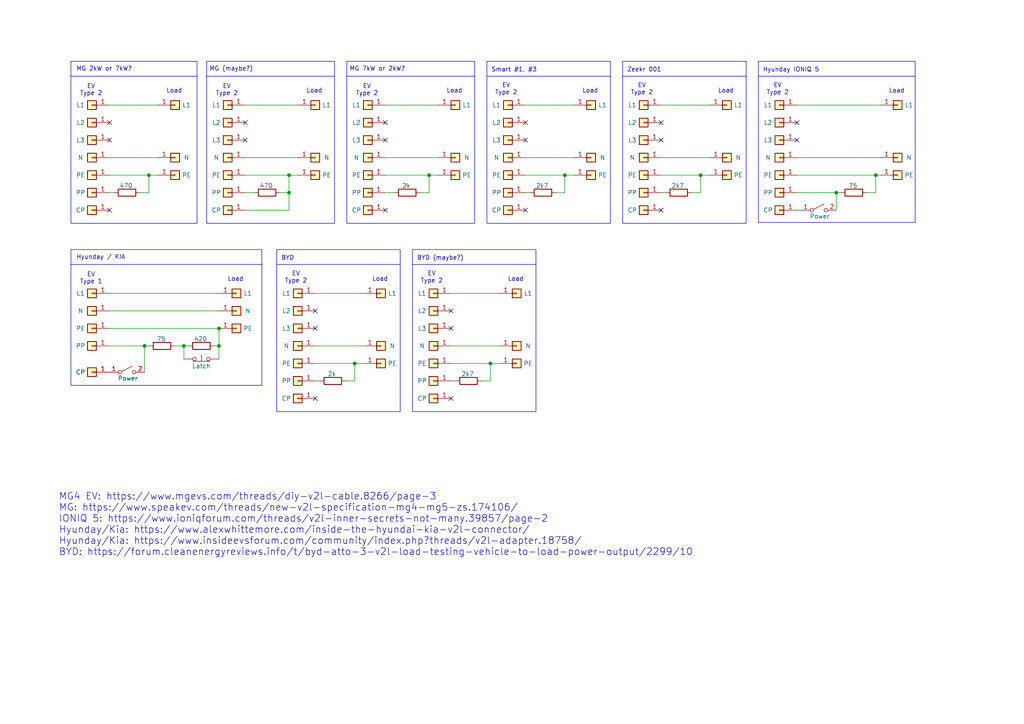
<source format=kicad_sch>
(kicad_sch (version 20231120) (generator "eeschema") (generator_version "8.0")
  (paper "A4")
  (title_block (title "V2L Adapter Variants") (date "2025-02-17") (rev "0") (company "Falk Kyburz"))
  (lib_symbols
    (symbol "Connector_Generic:Conn_01x01" (pin_names (offset 1.016) hide)
      (property "Reference" "J" (at 0 2.54 0))
      (property "Value" "Conn_01x01" (at 0 -2.54 0))
      (symbol "Conn_01x01_1_1"
        (rectangle (start -1.27 0.127) (end 0 -0.127) (stroke (width 0.1524)))
        (rectangle (start -1.27 1.27) (end 1.27 -1.27) (stroke (width 0.254)) (fill (type background)))
        (pin passive line (at -5.08 0 0) (length 3.81) (name "Pin_1") (number "1"))
      )
    )
    (symbol "Device:R" (pin_numbers hide) (pin_names (offset 0))
      (property "Reference" "R" (at 2.032 0 90))
      (property "Value" "R" (at 0 0 90))
      (symbol "R_0_1"
        (rectangle (start -1.016 -2.54) (end 1.016 2.54) (stroke (width 0.254)))
      )
      (symbol "R_1_1"
        (pin passive line (at 0 3.81 270) (length 1.27) (name "~") (number "1"))
        (pin passive line (at 0 -3.81 90) (length 1.27) (name "~") (number "2"))
      )
    )
    (symbol "Switch:SW_Push_Open" (pin_numbers hide) (pin_names (offset 1.016) hide)
      (property "Reference" "SW" (at 0 2.54 0))
      (property "Value" "SW_Push_Open" (at 0 -1.905 0))
      (symbol "SW_Push_Open_0_1"
        (circle (center -2.032 0) (radius 0.508))
        (polyline (pts (xy -2.54 -0.635) (xy 2.54 -0.635)))
        (polyline (pts (xy 0 -0.635) (xy 0 1.27)))
        (circle (center 2.032 0) (radius 0.508))
        (pin passive line (at -5.08 0 0) (length 2.54) (name "A") (number "1"))
      )
      (symbol "SW_Push_Open_1_1"
        (pin passive line (at 5.08 0 180) (length 2.54) (name "B") (number "2"))
      )
    )
    (symbol "Switch:SW_SPST" (pin_names (offset 0) hide)
      (property "Reference" "SW" (at 0 3.175 0))
      (property "Value" "SW_SPST" (at 0 -2.54 0))
      (symbol "SW_SPST_0_0"
        (circle (center -2.032 0) (radius 0.508))
        (polyline (pts (xy -1.524 0.254) (xy 1.524 1.778)))
        (circle (center 2.032 0) (radius 0.508))
      )
      (symbol "SW_SPST_1_1"
        (pin passive line (at -5.08 0 0) (length 2.54) (name "A") (number "1"))
        (pin passive line (at 5.08 0 180) (length 2.54) (name "B") (number "2"))
      )
    )
  )
  (junction (at 254 50.8))
  (junction (at 102.87 105.41))
  (junction (at 163.83 50.8))
  (junction (at 53.34 100.33))
  (junction (at 83.82 50.8))
  (junction (at 63.5 95.25))
  (junction (at 41.91 100.33))
  (junction (at 203.2 50.8))
  (junction (at 142.24 105.41))
  (junction (at 63.5 100.33))
  (junction (at 43.18 50.8))
  (junction (at 83.82 55.88))
  (junction (at 242.57 55.88))
  (junction (at 124.46 50.8))
  (no_connect (at 31.75 35.56))
  (no_connect (at 152.4 35.56))
  (no_connect (at 31.75 40.64))
  (no_connect (at 130.81 115.57))
  (no_connect (at 91.44 115.57))
  (no_connect (at 111.76 35.56))
  (no_connect (at 231.14 35.56))
  (no_connect (at 191.77 60.96))
  (no_connect (at 71.12 40.64))
  (no_connect (at 91.44 95.25))
  (no_connect (at 31.75 60.96))
  (no_connect (at 111.76 60.96))
  (no_connect (at 191.77 40.64))
  (no_connect (at 71.12 35.56))
  (no_connect (at 191.77 35.56))
  (no_connect (at 152.4 60.96))
  (no_connect (at 152.4 40.64))
  (no_connect (at 231.14 40.64))
  (no_connect (at 91.44 90.17))
  (no_connect (at 130.81 95.25))
  (no_connect (at 111.76 40.64))
  (no_connect (at 130.81 90.17))
  (wire (pts (xy 142.24 105.41) (xy 144.78 105.41)))
  (wire (pts (xy 111.76 50.8) (xy 124.46 50.8)))
  (wire (pts (xy 200.66 55.88) (xy 203.2 55.88)))
  (wire (pts (xy 254 50.8) (xy 254 55.88)))
  (wire (pts (xy 31.75 50.8) (xy 43.18 50.8)))
  (wire (pts (xy 53.34 100.33) (xy 54.61 100.33)))
  (wire (pts (xy 31.75 85.09) (xy 63.5 85.09)))
  (polyline (pts (xy 100.584 22.098) (xy 137.668 22.098)))
  (wire (pts (xy 102.87 105.41) (xy 105.41 105.41)))
  (wire (pts (xy 139.7 110.49) (xy 142.24 110.49)))
  (wire (pts (xy 31.75 95.25) (xy 63.5 95.25)))
  (wire (pts (xy 191.77 45.72) (xy 205.74 45.72)))
  (wire (pts (xy 83.82 50.8) (xy 86.36 50.8)))
  (wire (pts (xy 63.5 95.25) (xy 63.5 100.33)))
  (wire (pts (xy 130.81 85.09) (xy 144.78 85.09)))
  (wire (pts (xy 130.81 100.33) (xy 144.78 100.33)))
  (wire (pts (xy 31.75 30.48) (xy 45.72 30.48)))
  (wire (pts (xy 31.75 45.72) (xy 45.72 45.72)))
  (wire (pts (xy 124.46 50.8) (xy 127 50.8)))
  (wire (pts (xy 31.75 90.17) (xy 63.5 90.17)))
  (wire (pts (xy 191.77 55.88) (xy 193.04 55.88)))
  (wire (pts (xy 31.75 100.33) (xy 41.91 100.33)))
  (wire (pts (xy 163.83 50.8) (xy 166.37 50.8)))
  (wire (pts (xy 130.81 110.49) (xy 132.08 110.49)))
  (polyline (pts (xy 20.574 22.098) (xy 57.15 22.098)))
  (polyline (pts (xy 119.634 76.708) (xy 155.448 76.708)))
  (polyline (pts (xy 75.946 76.708) (xy 75.946 77.216)))
  (wire (pts (xy 130.81 105.41) (xy 142.24 105.41)))
  (polyline (pts (xy 20.574 76.708) (xy 75.946 76.708)))
  (wire (pts (xy 231.14 30.48) (xy 255.27 30.48)))
  (wire (pts (xy 142.24 105.41) (xy 142.24 110.49)))
  (wire (pts (xy 100.33 110.49) (xy 102.87 110.49)))
  (wire (pts (xy 91.44 100.33) (xy 105.41 100.33)))
  (wire (pts (xy 251.46 55.88) (xy 254 55.88)))
  (wire (pts (xy 254 50.8) (xy 255.27 50.8)))
  (wire (pts (xy 231.14 45.72) (xy 255.27 45.72)))
  (wire (pts (xy 152.4 55.88) (xy 153.67 55.88)))
  (polyline (pts (xy 219.964 22.098) (xy 265.43 22.098)))
  (wire (pts (xy 41.91 100.33) (xy 43.18 100.33)))
  (wire (pts (xy 31.75 55.88) (xy 33.02 55.88)))
  (polyline (pts (xy 141.224 22.098) (xy 177.038 22.098)))
  (wire (pts (xy 71.12 50.8) (xy 83.82 50.8)))
  (wire (pts (xy 43.18 50.8) (xy 43.18 55.88)))
  (wire (pts (xy 111.76 55.88) (xy 114.3 55.88)))
  (wire (pts (xy 111.76 30.48) (xy 127 30.48)))
  (wire (pts (xy 62.23 100.33) (xy 63.5 100.33)))
  (wire (pts (xy 231.14 60.96) (xy 232.41 60.96)))
  (polyline (pts (xy 180.594 22.098) (xy 216.408 22.098)))
  (polyline (pts (xy 59.944 22.098) (xy 97.028 22.098)))
  (wire (pts (xy 53.34 100.33) (xy 53.34 104.14)))
  (wire (pts (xy 71.12 60.96) (xy 83.82 60.96)))
  (wire (pts (xy 242.57 55.88) (xy 242.57 60.96)))
  (wire (pts (xy 124.46 50.8) (xy 124.46 55.88)))
  (wire (pts (xy 161.29 55.88) (xy 163.83 55.88)))
  (wire (pts (xy 63.5 100.33) (xy 63.5 104.14)))
  (wire (pts (xy 203.2 50.8) (xy 205.74 50.8)))
  (wire (pts (xy 91.44 105.41) (xy 102.87 105.41)))
  (wire (pts (xy 242.57 55.88) (xy 243.84 55.88)))
  (wire (pts (xy 81.28 55.88) (xy 83.82 55.88)))
  (wire (pts (xy 71.12 55.88) (xy 73.66 55.88)))
  (wire (pts (xy 83.82 50.8) (xy 83.82 55.88)))
  (wire (pts (xy 91.44 110.49) (xy 92.71 110.49)))
  (wire (pts (xy 40.64 55.88) (xy 43.18 55.88)))
  (wire (pts (xy 111.76 45.72) (xy 127 45.72)))
  (wire (pts (xy 91.44 85.09) (xy 105.41 85.09)))
  (wire (pts (xy 203.2 50.8) (xy 203.2 55.88)))
  (wire (pts (xy 41.91 100.33) (xy 41.91 107.95)))
  (wire (pts (xy 43.18 50.8) (xy 45.72 50.8)))
  (wire (pts (xy 152.4 30.48) (xy 166.37 30.48)))
  (wire (pts (xy 152.4 50.8) (xy 163.83 50.8)))
  (wire (pts (xy 50.8 100.33) (xy 53.34 100.33)))
  (wire (pts (xy 163.83 50.8) (xy 163.83 55.88)))
  (wire (pts (xy 71.12 45.72) (xy 86.36 45.72)))
  (wire (pts (xy 152.4 45.72) (xy 166.37 45.72)))
  (wire (pts (xy 231.14 55.88) (xy 242.57 55.88)))
  (wire (pts (xy 121.92 55.88) (xy 124.46 55.88)))
  (wire (pts (xy 102.87 105.41) (xy 102.87 110.49)))
  (wire (pts (xy 71.12 30.48) (xy 86.36 30.48)))
  (polyline (pts (xy 80.264 76.708) (xy 116.078 76.708)))
  (wire (pts (xy 191.77 30.48) (xy 205.74 30.48)))
  (wire (pts (xy 83.82 60.96) (xy 83.82 55.88)))
  (wire (pts (xy 231.14 50.8) (xy 254 50.8)))
  (wire (pts (xy 191.77 50.8) (xy 203.2 50.8)))
  (rectangle (start 219.964 17.78) (end 265.43 64.516))
  (rectangle (start 180.594 17.78) (end 216.408 64.77))
  (rectangle (start 59.944 17.78) (end 97.028 64.77))
  (rectangle (start 100.584 17.78) (end 137.668 64.77))
  (rectangle (start 141.224 17.78) (end 177.038 64.77))
  (rectangle (start 20.574 17.78) (end 57.15 64.77))
  (rectangle (start 119.634 72.39) (end 155.448 119.38))
  (rectangle (start 80.264 72.39) (end 116.078 119.38))
  (rectangle (start 20.574 72.39) (end 75.946 111.76))
  (text "MG4 EV: https://www.mgevs.com/threads/diy-v2l-cable.8266/page-3\nMG: https://www.speakev.com/threads/new-v2l-specification-mg4-mg5-zs.174106/\nIONIQ 5: https://www.ioniqforum.com/threads/v2l-inner-secrets-not-many.39857/page-2\nHyunday/Kia: https://www.alexwhittemore.com/inside-the-hyundai-kia-v2l-connector/\nHyunday/Kia: https://www.insideevsforum.com/community/index.php?threads/v2l-adapter.18758/\nBYD: https://forum.cleanenergyreviews.info/t/byd-atto-3-v2l-load-testing-vehicle-to-load-power-output/2299/10" (exclude_from_sim yes) (at 17.018 152.146 0) (effects (font (size 2 2)) (justify left)))
  (text "EV\nType 2" (at 146.812 25.908 0) (effects (font (size 1.27 1.27))))
  (text "EV\nType 2" (at 26.416 26.162 0) (effects (font (size 1.27 1.27))))
  (text "Load" (at 110.236 81.026 0) (effects (font (size 1.27 1.27))))
  (text "EV\nType 2" (at 106.426 26.162 0) (effects (font (size 1.27 1.27))))
  (text "Smart #1, #3" (at 142.494 20.32 0) (effects (font (size 1.27 1.27)) (justify left)))
  (text "Load" (at 171.196 26.416 0) (effects (font (size 1.27 1.27))))
  (text "EV\nType 2" (at 65.786 26.162 0) (effects (font (size 1.27 1.27))))
  (text "MG 7kW or 2kW?" (at 101.346 20.066 0) (effects (font (size 1.27 1.27)) (justify left)))
  (text "Load" (at 50.546 26.416 0) (effects (font (size 1.27 1.27))))
  (text "MG 2kW or 7kW?" (at 22.098 20.066 0) (effects (font (size 1.27 1.27)) (justify left)))
  (text "Load" (at 149.606 81.026 0) (effects (font (size 1.27 1.27))))
  (text "Load" (at 68.326 81.026 0) (effects (font (size 1.27 1.27))))
  (text "MG (maybe?)" (at 60.706 20.066 0) (effects (font (size 1.27 1.27)) (justify left)))
  (text "BYD" (at 81.534 74.93 0) (effects (font (size 1.27 1.27)) (justify left)))
  (text "EV\nType 1" (at 26.416 80.772 0) (effects (font (size 1.27 1.27))))
  (text "BYD (maybe?)" (at 120.904 74.93 0) (effects (font (size 1.27 1.27)) (justify left)))
  (text "Hyunday / KIA" (at 22.098 74.676 0) (effects (font (size 1.27 1.27)) (justify left)))
  (text "Hyunday IONIQ 5" (at 221.234 20.32 0) (effects (font (size 1.27 1.27)) (justify left)))
  (text "Load" (at 91.186 26.416 0) (effects (font (size 1.27 1.27))))
  (text "Load" (at 131.826 26.416 0) (effects (font (size 1.27 1.27))))
  (text "EV\nType 2" (at 125.222 80.518 0) (effects (font (size 1.27 1.27))))
  (text "EV\nType 2" (at 186.182 25.908 0) (effects (font (size 1.27 1.27))))
  (text "EV\nType 2" (at 85.852 80.518 0) (effects (font (size 1.27 1.27))))
  (text "Zeekr 001" (at 181.864 20.32 0) (effects (font (size 1.27 1.27)) (justify left)))
  (text "Load" (at 260.096 26.416 0) (effects (font (size 1.27 1.27))))
  (text "EV\nType 2" (at 225.552 25.908 0) (effects (font (size 1.27 1.27))))
  (text "Load" (at 210.566 26.416 0) (effects (font (size 1.27 1.27))))
  (symbol (lib_id "Connector_Generic:Conn_01x01") (at 106.68 40.64 180) (unit 1)
    (property "Reference" "J72" (effects (hide yes)))
    (property "Value" "L3" (at 103.378 40.64 0))
    (property "Description" "Generic connector, single row, 01x01, script generated (kicad-library-utils/schlib/autogen/connector/)" (effects (hide yes)))
  )
  (symbol (lib_id "Connector_Generic:Conn_01x01") (at 66.04 55.88 180) (unit 1)
    (property "Reference" "J47" (effects (hide yes)))
    (property "Value" "PP" (at 62.738 55.88 0))
    (property "Description" "Generic connector, single row, 01x01, script generated (kicad-library-utils/schlib/autogen/connector/)" (effects (hide yes)))
  )
  (symbol (lib_id "Connector_Generic:Conn_01x01") (at 91.44 50.8 0) (unit 1)
    (property "Reference" "J46" (effects (hide yes)))
    (property "Value" "PE" (at 94.742 50.8 0))
    (property "Description" "Generic connector, single row, 01x01, script generated (kicad-library-utils/schlib/autogen/connector/)" (effects (hide yes)))
  )
  (symbol (lib_id "Connector_Generic:Conn_01x01") (at 66.04 35.56 180) (unit 1)
    (property "Reference" "J41" (effects (hide yes)))
    (property "Value" "L2" (at 62.738 35.56 0))
    (property "Description" "Generic connector, single row, 01x01, script generated (kicad-library-utils/schlib/autogen/connector/)" (effects (hide yes)))
  )
  (symbol (lib_id "Connector_Generic:Conn_01x01") (at 68.58 95.25 0) (unit 1)
    (property "Reference" "J28" (effects (hide yes)))
    (property "Value" "PE" (at 71.882 95.25 0))
    (property "Description" "Generic connector, single row, 01x01, script generated (kicad-library-utils/schlib/autogen/connector/)" (effects (hide yes)))
  )
  (symbol (lib_id "Connector_Generic:Conn_01x01") (at 226.06 50.8 180) (unit 1)
    (property "Reference" "J35" (effects (hide yes)))
    (property "Value" "PE" (at 222.758 50.8 0))
    (property "Description" "Generic connector, single row, 01x01, script generated (kicad-library-utils/schlib/autogen/connector/)" (effects (hide yes)))
  )
  (symbol (lib_id "Connector_Generic:Conn_01x01") (at 66.04 50.8 180) (unit 1)
    (property "Reference" "J45" (effects (hide yes)))
    (property "Value" "PE" (at 62.738 50.8 0))
    (property "Description" "Generic connector, single row, 01x01, script generated (kicad-library-utils/schlib/autogen/connector/)" (effects (hide yes)))
  )
  (symbol (lib_id "Connector_Generic:Conn_01x01") (at 147.32 45.72 180) (unit 1)
    (property "Reference" "J15" (effects (hide yes)))
    (property "Value" "N" (at 144.018 45.72 0))
    (property "Description" "Generic connector, single row, 01x01, script generated (kicad-library-utils/schlib/autogen/connector/)" (effects (hide yes)))
  )
  (symbol (lib_id "Connector_Generic:Conn_01x01") (at 26.67 95.25 180) (unit 1)
    (property "Reference" "J27" (effects (hide yes)))
    (property "Value" "PE" (at 23.368 95.25 0))
    (property "Description" "Generic connector, single row, 01x01, script generated (kicad-library-utils/schlib/autogen/connector/)" (effects (hide yes)))
  )
  (symbol (lib_id "Device:R") (at 58.42 100.33 90) (unit 1)
    (property "Reference" "R3" (effects (hide yes)))
    (property "Value" "420" (at 58.166 98.298 90))
    (property "Description" "Resistor" (effects (hide yes)))
  )
  (symbol (lib_id "Connector_Generic:Conn_01x01") (at 149.86 105.41 0) (unit 1)
    (property "Reference" "J66" (effects (hide yes)))
    (property "Value" "PE" (at 153.162 105.41 0))
    (property "Description" "Generic connector, single row, 01x01, script generated (kicad-library-utils/schlib/autogen/connector/)" (effects (hide yes)))
  )
  (symbol (lib_id "Connector_Generic:Conn_01x01") (at 86.36 85.09 180) (unit 1)
    (property "Reference" "J49" (effects (hide yes)))
    (property "Value" "L1" (at 83.058 85.09 0))
    (property "Description" "Generic connector, single row, 01x01, script generated (kicad-library-utils/schlib/autogen/connector/)" (effects (hide yes)))
  )
  (symbol (lib_id "Device:R") (at 77.47 55.88 90) (unit 1)
    (property "Reference" "R6" (effects (hide yes)))
    (property "Value" "470" (at 77.216 53.848 90))
    (property "Description" "Resistor" (effects (hide yes)))
  )
  (symbol (lib_id "Connector_Generic:Conn_01x01") (at 186.69 60.96 180) (unit 1)
    (property "Reference" "J88" (effects (hide yes)))
    (property "Value" "CP" (at 183.388 60.96 0))
    (property "Description" "Generic connector, single row, 01x01, script generated (kicad-library-utils/schlib/autogen/connector/)" (effects (hide yes)))
  )
  (symbol (lib_id "Connector_Generic:Conn_01x01") (at 26.67 50.8 180) (unit 1)
    (property "Reference" "J5" (effects (hide yes)))
    (property "Value" "PE" (at 23.368 50.8 0))
    (property "Description" "Generic connector, single row, 01x01, script generated (kicad-library-utils/schlib/autogen/connector/)" (effects (hide yes)))
  )
  (symbol (lib_id "Connector_Generic:Conn_01x01") (at 26.67 45.72 180) (unit 1)
    (property "Reference" "J4" (effects (hide yes)))
    (property "Value" "N" (at 23.368 45.72 0))
    (property "Description" "Generic connector, single row, 01x01, script generated (kicad-library-utils/schlib/autogen/connector/)" (effects (hide yes)))
  )
  (symbol (lib_id "Switch:SW_SPST") (at 237.49 60.96 0) (unit 1)
    (property "Reference" "SW3" (effects (hide yes)))
    (property "Value" "Power" (at 237.744 62.738 0))
    (property "Description" "Single Pole Single Throw (SPST) switch" (effects (hide yes)))
  )
  (symbol (lib_id "Connector_Generic:Conn_01x01") (at 226.06 35.56 180) (unit 1)
    (property "Reference" "J31" (effects (hide yes)))
    (property "Value" "L2" (at 222.758 35.56 0))
    (property "Description" "Generic connector, single row, 01x01, script generated (kicad-library-utils/schlib/autogen/connector/)" (effects (hide yes)))
  )
  (symbol (lib_id "Connector_Generic:Conn_01x01") (at 171.45 30.48 0) (unit 1)
    (property "Reference" "J12" (effects (hide yes)))
    (property "Value" "L1" (at 174.752 30.48 0))
    (property "Description" "Generic connector, single row, 01x01, script generated (kicad-library-utils/schlib/autogen/connector/)" (effects (hide yes)))
  )
  (symbol (lib_id "Connector_Generic:Conn_01x01") (at 260.35 30.48 0) (unit 1)
    (property "Reference" "J24" (effects (hide yes)))
    (property "Value" "L1" (at 263.652 30.48 0))
    (property "Description" "Generic connector, single row, 01x01, script generated (kicad-library-utils/schlib/autogen/connector/)" (effects (hide yes)))
  )
  (symbol (lib_id "Connector_Generic:Conn_01x01") (at 147.32 40.64 180) (unit 1)
    (property "Reference" "J14" (effects (hide yes)))
    (property "Value" "L3" (at 144.018 40.64 0))
    (property "Description" "Generic connector, single row, 01x01, script generated (kicad-library-utils/schlib/autogen/connector/)" (effects (hide yes)))
  )
  (symbol (lib_id "Connector_Generic:Conn_01x01") (at 106.68 50.8 180) (unit 1)
    (property "Reference" "J75" (effects (hide yes)))
    (property "Value" "PE" (at 103.378 50.8 0))
    (property "Description" "Generic connector, single row, 01x01, script generated (kicad-library-utils/schlib/autogen/connector/)" (effects (hide yes)))
  )
  (symbol (lib_id "Connector_Generic:Conn_01x01") (at 110.49 100.33 0) (unit 1)
    (property "Reference" "J54" (effects (hide yes)))
    (property "Value" "N" (at 113.792 100.33 0))
    (property "Description" "Generic connector, single row, 01x01, script generated (kicad-library-utils/schlib/autogen/connector/)" (effects (hide yes)))
  )
  (symbol (lib_id "Connector_Generic:Conn_01x01") (at 66.04 40.64 180) (unit 1)
    (property "Reference" "J42" (effects (hide yes)))
    (property "Value" "L3" (at 62.738 40.64 0))
    (property "Description" "Generic connector, single row, 01x01, script generated (kicad-library-utils/schlib/autogen/connector/)" (effects (hide yes)))
  )
  (symbol (lib_id "Connector_Generic:Conn_01x01") (at 147.32 50.8 180) (unit 1)
    (property "Reference" "J17" (effects (hide yes)))
    (property "Value" "PE" (at 144.018 50.8 0))
    (property "Description" "Generic connector, single row, 01x01, script generated (kicad-library-utils/schlib/autogen/connector/)" (effects (hide yes)))
  )
  (symbol (lib_id "Connector_Generic:Conn_01x01") (at 50.8 30.48 0) (unit 1)
    (property "Reference" "J8" (effects (hide yes)))
    (property "Value" "L1" (at 54.102 30.48 0))
    (property "Description" "Generic connector, single row, 01x01, script generated (kicad-library-utils/schlib/autogen/connector/)" (effects (hide yes)))
  )
  (symbol (lib_id "Connector_Generic:Conn_01x01") (at 50.8 50.8 0) (unit 1)
    (property "Reference" "J10" (effects (hide yes)))
    (property "Value" "PE" (at 54.102 50.8 0))
    (property "Description" "Generic connector, single row, 01x01, script generated (kicad-library-utils/schlib/autogen/connector/)" (effects (hide yes)))
  )
  (symbol (lib_id "Connector_Generic:Conn_01x01") (at 26.67 85.09 180) (unit 1)
    (property "Reference" "J21" (effects (hide yes)))
    (property "Value" "L1" (at 23.368 85.09 0))
    (property "Description" "Generic connector, single row, 01x01, script generated (kicad-library-utils/schlib/autogen/connector/)" (effects (hide yes)))
  )
  (symbol (lib_id "Connector_Generic:Conn_01x01") (at 68.58 85.09 0) (unit 1)
    (property "Reference" "J22" (effects (hide yes)))
    (property "Value" "L1" (at 71.882 85.09 0))
    (property "Description" "Generic connector, single row, 01x01, script generated (kicad-library-utils/schlib/autogen/connector/)" (effects (hide yes)))
  )
  (symbol (lib_id "Connector_Generic:Conn_01x01") (at 125.73 85.09 180) (unit 1)
    (property "Reference" "J59" (effects (hide yes)))
    (property "Value" "L1" (at 122.428 85.09 0))
    (property "Description" "Generic connector, single row, 01x01, script generated (kicad-library-utils/schlib/autogen/connector/)" (effects (hide yes)))
  )
  (symbol (lib_id "Device:R") (at 157.48 55.88 90) (unit 1)
    (property "Reference" "R2" (effects (hide yes)))
    (property "Value" "2k7" (at 157.226 53.848 90))
    (property "Description" "Resistor" (effects (hide yes)))
  )
  (symbol (lib_id "Device:R") (at 36.83 55.88 90) (unit 1)
    (property "Reference" "R1" (effects (hide yes)))
    (property "Value" "470" (at 36.576 53.848 90))
    (property "Description" "Resistor" (effects (hide yes)))
  )
  (symbol (lib_id "Connector_Generic:Conn_01x01") (at 86.36 105.41 180) (unit 1)
    (property "Reference" "J55" (effects (hide yes)))
    (property "Value" "PE" (at 83.058 105.41 0))
    (property "Description" "Generic connector, single row, 01x01, script generated (kicad-library-utils/schlib/autogen/connector/)" (effects (hide yes)))
  )
  (symbol (lib_id "Connector_Generic:Conn_01x01") (at 86.36 95.25 180) (unit 1)
    (property "Reference" "J52" (effects (hide yes)))
    (property "Value" "L3" (at 83.058 95.25 0))
    (property "Description" "Generic connector, single row, 01x01, script generated (kicad-library-utils/schlib/autogen/connector/)" (effects (hide yes)))
  )
  (symbol (lib_id "Connector_Generic:Conn_01x01") (at 66.04 60.96 180) (unit 1)
    (property "Reference" "J48" (effects (hide yes)))
    (property "Value" "CP" (at 62.738 60.96 0))
    (property "Description" "Generic connector, single row, 01x01, script generated (kicad-library-utils/schlib/autogen/connector/)" (effects (hide yes)))
  )
  (symbol (lib_id "Connector_Generic:Conn_01x01") (at 50.8 45.72 0) (unit 1)
    (property "Reference" "J9" (effects (hide yes)))
    (property "Value" "N" (at 54.102 45.72 0))
    (property "Description" "Generic connector, single row, 01x01, script generated (kicad-library-utils/schlib/autogen/connector/)" (effects (hide yes)))
  )
  (symbol (lib_id "Connector_Generic:Conn_01x01") (at 226.06 30.48 180) (unit 1)
    (property "Reference" "J23" (effects (hide yes)))
    (property "Value" "L1" (at 222.758 30.48 0))
    (property "Description" "Generic connector, single row, 01x01, script generated (kicad-library-utils/schlib/autogen/connector/)" (effects (hide yes)))
  )
  (symbol (lib_id "Connector_Generic:Conn_01x01") (at 125.73 95.25 180) (unit 1)
    (property "Reference" "J62" (effects (hide yes)))
    (property "Value" "L3" (at 122.428 95.25 0))
    (property "Description" "Generic connector, single row, 01x01, script generated (kicad-library-utils/schlib/autogen/connector/)" (effects (hide yes)))
  )
  (symbol (lib_id "Connector_Generic:Conn_01x01") (at 226.06 40.64 180) (unit 1)
    (property "Reference" "J32" (effects (hide yes)))
    (property "Value" "L3" (at 222.758 40.64 0))
    (property "Description" "Generic connector, single row, 01x01, script generated (kicad-library-utils/schlib/autogen/connector/)" (effects (hide yes)))
  )
  (symbol (lib_id "Connector_Generic:Conn_01x01") (at 66.04 45.72 180) (unit 1)
    (property "Reference" "J43" (effects (hide yes)))
    (property "Value" "N" (at 62.738 45.72 0))
    (property "Description" "Generic connector, single row, 01x01, script generated (kicad-library-utils/schlib/autogen/connector/)" (effects (hide yes)))
  )
  (symbol (lib_id "Connector_Generic:Conn_01x01") (at 186.69 55.88 180) (unit 1)
    (property "Reference" "J87" (effects (hide yes)))
    (property "Value" "PP" (at 183.388 55.88 0))
    (property "Description" "Generic connector, single row, 01x01, script generated (kicad-library-utils/schlib/autogen/connector/)" (effects (hide yes)))
  )
  (symbol (lib_id "Connector_Generic:Conn_01x01") (at 26.67 55.88 180) (unit 1)
    (property "Reference" "J6" (effects (hide yes)))
    (property "Value" "PP" (at 23.368 55.88 0))
    (property "Description" "Generic connector, single row, 01x01, script generated (kicad-library-utils/schlib/autogen/connector/)" (effects (hide yes)))
  )
  (symbol (lib_id "Connector_Generic:Conn_01x01") (at 26.67 30.48 180) (unit 1)
    (property "Reference" "J1" (effects (hide yes)))
    (property "Value" "L1" (at 23.368 30.48 0))
    (property "Description" "Generic connector, single row, 01x01, script generated (kicad-library-utils/schlib/autogen/connector/)" (effects (hide yes)))
  )
  (symbol (lib_id "Connector_Generic:Conn_01x01") (at 106.68 30.48 180) (unit 1)
    (property "Reference" "J69" (effects (hide yes)))
    (property "Value" "L1" (at 103.378 30.48 0))
    (property "Description" "Generic connector, single row, 01x01, script generated (kicad-library-utils/schlib/autogen/connector/)" (effects (hide yes)))
  )
  (symbol (lib_id "Connector_Generic:Conn_01x01") (at 125.73 100.33 180) (unit 1)
    (property "Reference" "J63" (effects (hide yes)))
    (property "Value" "N" (at 122.428 100.33 0))
    (property "Description" "Generic connector, single row, 01x01, script generated (kicad-library-utils/schlib/autogen/connector/)" (effects (hide yes)))
  )
  (symbol (lib_id "Connector_Generic:Conn_01x01") (at 86.36 100.33 180) (unit 1)
    (property "Reference" "J53" (effects (hide yes)))
    (property "Value" "N" (at 83.058 100.33 0))
    (property "Description" "Generic connector, single row, 01x01, script generated (kicad-library-utils/schlib/autogen/connector/)" (effects (hide yes)))
  )
  (symbol (lib_id "Connector_Generic:Conn_01x01") (at 186.69 45.72 180) (unit 1)
    (property "Reference" "J83" (effects (hide yes)))
    (property "Value" "N" (at 183.388 45.72 0))
    (property "Description" "Generic connector, single row, 01x01, script generated (kicad-library-utils/schlib/autogen/connector/)" (effects (hide yes)))
  )
  (symbol (lib_id "Connector_Generic:Conn_01x01") (at 26.67 100.33 180) (unit 1)
    (property "Reference" "J29" (effects (hide yes)))
    (property "Value" "PP" (at 23.368 100.33 0))
    (property "Description" "Generic connector, single row, 01x01, script generated (kicad-library-utils/schlib/autogen/connector/)" (effects (hide yes)))
  )
  (symbol (lib_id "Connector_Generic:Conn_01x01") (at 147.32 55.88 180) (unit 1)
    (property "Reference" "J19" (effects (hide yes)))
    (property "Value" "PP" (at 144.018 55.88 0))
    (property "Description" "Generic connector, single row, 01x01, script generated (kicad-library-utils/schlib/autogen/connector/)" (effects (hide yes)))
  )
  (symbol (lib_id "Connector_Generic:Conn_01x01") (at 186.69 50.8 180) (unit 1)
    (property "Reference" "J85" (effects (hide yes)))
    (property "Value" "PE" (at 183.388 50.8 0))
    (property "Description" "Generic connector, single row, 01x01, script generated (kicad-library-utils/schlib/autogen/connector/)" (effects (hide yes)))
  )
  (symbol (lib_id "Connector_Generic:Conn_01x01") (at 171.45 50.8 0) (unit 1)
    (property "Reference" "J18" (effects (hide yes)))
    (property "Value" "PE" (at 174.752 50.8 0))
    (property "Description" "Generic connector, single row, 01x01, script generated (kicad-library-utils/schlib/autogen/connector/)" (effects (hide yes)))
  )
  (symbol (lib_id "Device:R") (at 96.52 110.49 90) (unit 1)
    (property "Reference" "R7" (effects (hide yes)))
    (property "Value" "2k" (at 96.266 108.458 90))
    (property "Description" "Resistor" (effects (hide yes)))
  )
  (symbol (lib_id "Connector_Generic:Conn_01x01") (at 106.68 45.72 180) (unit 1)
    (property "Reference" "J73" (effects (hide yes)))
    (property "Value" "N" (at 103.378 45.72 0))
    (property "Description" "Generic connector, single row, 01x01, script generated (kicad-library-utils/schlib/autogen/connector/)" (effects (hide yes)))
  )
  (symbol (lib_id "Connector_Generic:Conn_01x01") (at 26.67 107.95 180) (unit 1)
    (property "Reference" "J30" (effects (hide yes)))
    (property "Value" "CP" (at 23.368 107.95 0))
    (property "Description" "Generic connector, single row, 01x01, script generated (kicad-library-utils/schlib/autogen/connector/)" (effects (hide yes)))
  )
  (symbol (lib_id "Connector_Generic:Conn_01x01") (at 26.67 40.64 180) (unit 1)
    (property "Reference" "J3" (effects (hide yes)))
    (property "Value" "L3" (at 23.368 40.64 0))
    (property "Description" "Generic connector, single row, 01x01, script generated (kicad-library-utils/schlib/autogen/connector/)" (effects (hide yes)))
  )
  (symbol (lib_id "Connector_Generic:Conn_01x01") (at 125.73 115.57 180) (unit 1)
    (property "Reference" "J68" (effects (hide yes)))
    (property "Value" "CP" (at 122.428 115.57 0))
    (property "Description" "Generic connector, single row, 01x01, script generated (kicad-library-utils/schlib/autogen/connector/)" (effects (hide yes)))
  )
  (symbol (lib_id "Connector_Generic:Conn_01x01") (at 110.49 105.41 0) (unit 1)
    (property "Reference" "J56" (effects (hide yes)))
    (property "Value" "PE" (at 113.792 105.41 0))
    (property "Description" "Generic connector, single row, 01x01, script generated (kicad-library-utils/schlib/autogen/connector/)" (effects (hide yes)))
  )
  (symbol (lib_id "Connector_Generic:Conn_01x01") (at 26.67 35.56 180) (unit 1)
    (property "Reference" "J2" (effects (hide yes)))
    (property "Value" "L2" (at 23.368 35.56 0))
    (property "Description" "Generic connector, single row, 01x01, script generated (kicad-library-utils/schlib/autogen/connector/)" (effects (hide yes)))
  )
  (symbol (lib_id "Connector_Generic:Conn_01x01") (at 132.08 45.72 0) (unit 1)
    (property "Reference" "J74" (effects (hide yes)))
    (property "Value" "N" (at 135.382 45.72 0))
    (property "Description" "Generic connector, single row, 01x01, script generated (kicad-library-utils/schlib/autogen/connector/)" (effects (hide yes)))
  )
  (symbol (lib_id "Connector_Generic:Conn_01x01") (at 26.67 60.96 180) (unit 1)
    (property "Reference" "J7" (effects (hide yes)))
    (property "Value" "CP" (at 23.368 60.96 0))
    (property "Description" "Generic connector, single row, 01x01, script generated (kicad-library-utils/schlib/autogen/connector/)" (effects (hide yes)))
  )
  (symbol (lib_id "Connector_Generic:Conn_01x01") (at 68.58 90.17 0) (unit 1)
    (property "Reference" "J26" (effects (hide yes)))
    (property "Value" "N" (at 71.882 90.17 0))
    (property "Description" "Generic connector, single row, 01x01, script generated (kicad-library-utils/schlib/autogen/connector/)" (effects (hide yes)))
  )
  (symbol (lib_id "Connector_Generic:Conn_01x01") (at 210.82 30.48 0) (unit 1)
    (property "Reference" "J80" (effects (hide yes)))
    (property "Value" "L1" (at 214.122 30.48 0))
    (property "Description" "Generic connector, single row, 01x01, script generated (kicad-library-utils/schlib/autogen/connector/)" (effects (hide yes)))
  )
  (symbol (lib_id "Connector_Generic:Conn_01x01") (at 149.86 85.09 0) (unit 1)
    (property "Reference" "J60" (effects (hide yes)))
    (property "Value" "L1" (at 153.162 85.09 0))
    (property "Description" "Generic connector, single row, 01x01, script generated (kicad-library-utils/schlib/autogen/connector/)" (effects (hide yes)))
  )
  (symbol (lib_id "Connector_Generic:Conn_01x01") (at 186.69 35.56 180) (unit 1)
    (property "Reference" "J81" (effects (hide yes)))
    (property "Value" "L2" (at 183.388 35.56 0))
    (property "Description" "Generic connector, single row, 01x01, script generated (kicad-library-utils/schlib/autogen/connector/)" (effects (hide yes)))
  )
  (symbol (lib_id "Connector_Generic:Conn_01x01") (at 226.06 60.96 180) (unit 1)
    (property "Reference" "J38" (effects (hide yes)))
    (property "Value" "CP" (at 222.758 60.96 0))
    (property "Description" "Generic connector, single row, 01x01, script generated (kicad-library-utils/schlib/autogen/connector/)" (effects (hide yes)))
  )
  (symbol (lib_id "Connector_Generic:Conn_01x01") (at 26.67 90.17 180) (unit 1)
    (property "Reference" "J25" (effects (hide yes)))
    (property "Value" "N" (at 23.368 90.17 0))
    (property "Description" "Generic connector, single row, 01x01, script generated (kicad-library-utils/schlib/autogen/connector/)" (effects (hide yes)))
  )
  (symbol (lib_id "Switch:SW_SPST") (at 36.83 107.95 0) (unit 1)
    (property "Reference" "SW2" (effects (hide yes)))
    (property "Value" "Power" (at 37.084 109.728 0))
    (property "Description" "Single Pole Single Throw (SPST) switch" (effects (hide yes)))
  )
  (symbol (lib_id "Device:R") (at 118.11 55.88 90) (unit 1)
    (property "Reference" "R9" (effects (hide yes)))
    (property "Value" "2k" (at 117.856 53.848 90))
    (property "Description" "Resistor" (effects (hide yes)))
  )
  (symbol (lib_id "Connector_Generic:Conn_01x01") (at 86.36 90.17 180) (unit 1)
    (property "Reference" "J51" (effects (hide yes)))
    (property "Value" "L2" (at 83.058 90.17 0))
    (property "Description" "Generic connector, single row, 01x01, script generated (kicad-library-utils/schlib/autogen/connector/)" (effects (hide yes)))
  )
  (symbol (lib_id "Connector_Generic:Conn_01x01") (at 125.73 105.41 180) (unit 1)
    (property "Reference" "J65" (effects (hide yes)))
    (property "Value" "PE" (at 122.428 105.41 0))
    (property "Description" "Generic connector, single row, 01x01, script generated (kicad-library-utils/schlib/autogen/connector/)" (effects (hide yes)))
  )
  (symbol (lib_id "Connector_Generic:Conn_01x01") (at 66.04 30.48 180) (unit 1)
    (property "Reference" "J39" (effects (hide yes)))
    (property "Value" "L1" (at 62.738 30.48 0))
    (property "Description" "Generic connector, single row, 01x01, script generated (kicad-library-utils/schlib/autogen/connector/)" (effects (hide yes)))
  )
  (symbol (lib_id "Connector_Generic:Conn_01x01") (at 132.08 50.8 0) (unit 1)
    (property "Reference" "J76" (effects (hide yes)))
    (property "Value" "PE" (at 135.382 50.8 0))
    (property "Description" "Generic connector, single row, 01x01, script generated (kicad-library-utils/schlib/autogen/connector/)" (effects (hide yes)))
  )
  (symbol (lib_id "Connector_Generic:Conn_01x01") (at 106.68 60.96 180) (unit 1)
    (property "Reference" "J78" (effects (hide yes)))
    (property "Value" "CP" (at 103.378 60.96 0))
    (property "Description" "Generic connector, single row, 01x01, script generated (kicad-library-utils/schlib/autogen/connector/)" (effects (hide yes)))
  )
  (symbol (lib_id "Connector_Generic:Conn_01x01") (at 106.68 35.56 180) (unit 1)
    (property "Reference" "J71" (effects (hide yes)))
    (property "Value" "L2" (at 103.378 35.56 0))
    (property "Description" "Generic connector, single row, 01x01, script generated (kicad-library-utils/schlib/autogen/connector/)" (effects (hide yes)))
  )
  (symbol (lib_id "Connector_Generic:Conn_01x01") (at 91.44 30.48 0) (unit 1)
    (property "Reference" "J40" (effects (hide yes)))
    (property "Value" "L1" (at 94.742 30.48 0))
    (property "Description" "Generic connector, single row, 01x01, script generated (kicad-library-utils/schlib/autogen/connector/)" (effects (hide yes)))
  )
  (symbol (lib_id "Connector_Generic:Conn_01x01") (at 186.69 30.48 180) (unit 1)
    (property "Reference" "J79" (effects (hide yes)))
    (property "Value" "L1" (at 183.388 30.48 0))
    (property "Description" "Generic connector, single row, 01x01, script generated (kicad-library-utils/schlib/autogen/connector/)" (effects (hide yes)))
  )
  (symbol (lib_id "Connector_Generic:Conn_01x01") (at 106.68 55.88 180) (unit 1)
    (property "Reference" "J77" (effects (hide yes)))
    (property "Value" "PP" (at 103.378 55.88 0))
    (property "Description" "Generic connector, single row, 01x01, script generated (kicad-library-utils/schlib/autogen/connector/)" (effects (hide yes)))
  )
  (symbol (lib_id "Connector_Generic:Conn_01x01") (at 149.86 100.33 0) (unit 1)
    (property "Reference" "J64" (effects (hide yes)))
    (property "Value" "N" (at 153.162 100.33 0))
    (property "Description" "Generic connector, single row, 01x01, script generated (kicad-library-utils/schlib/autogen/connector/)" (effects (hide yes)))
  )
  (symbol (lib_id "Connector_Generic:Conn_01x01") (at 226.06 45.72 180) (unit 1)
    (property "Reference" "J33" (effects (hide yes)))
    (property "Value" "N" (at 222.758 45.72 0))
    (property "Description" "Generic connector, single row, 01x01, script generated (kicad-library-utils/schlib/autogen/connector/)" (effects (hide yes)))
  )
  (symbol (lib_id "Switch:SW_Push_Open") (at 58.42 104.14 0) (unit 1)
    (property "Reference" "SW1" (effects (hide yes)))
    (property "Value" "Latch" (at 58.42 106.172 0))
    (property "Description" "Push button switch, push-to-open, generic, two pins" (effects (hide yes)))
  )
  (symbol (lib_id "Connector_Generic:Conn_01x01") (at 91.44 45.72 0) (unit 1)
    (property "Reference" "J44" (effects (hide yes)))
    (property "Value" "N" (at 94.742 45.72 0))
    (property "Description" "Generic connector, single row, 01x01, script generated (kicad-library-utils/schlib/autogen/connector/)" (effects (hide yes)))
  )
  (symbol (lib_id "Device:R") (at 196.85 55.88 90) (unit 1)
    (property "Reference" "R10" (effects (hide yes)))
    (property "Value" "2k7" (at 196.596 53.848 90))
    (property "Description" "Resistor" (effects (hide yes)))
  )
  (symbol (lib_id "Connector_Generic:Conn_01x01") (at 210.82 45.72 0) (unit 1)
    (property "Reference" "J84" (effects (hide yes)))
    (property "Value" "N" (at 214.122 45.72 0))
    (property "Description" "Generic connector, single row, 01x01, script generated (kicad-library-utils/schlib/autogen/connector/)" (effects (hide yes)))
  )
  (symbol (lib_id "Connector_Generic:Conn_01x01") (at 86.36 115.57 180) (unit 1)
    (property "Reference" "J58" (effects (hide yes)))
    (property "Value" "CP" (at 83.058 115.57 0))
    (property "Description" "Generic connector, single row, 01x01, script generated (kicad-library-utils/schlib/autogen/connector/)" (effects (hide yes)))
  )
  (symbol (lib_id "Connector_Generic:Conn_01x01") (at 210.82 50.8 0) (unit 1)
    (property "Reference" "J86" (effects (hide yes)))
    (property "Value" "PE" (at 214.122 50.8 0))
    (property "Description" "Generic connector, single row, 01x01, script generated (kicad-library-utils/schlib/autogen/connector/)" (effects (hide yes)))
  )
  (symbol (lib_id "Device:R") (at 135.89 110.49 90) (unit 1)
    (property "Reference" "R8" (effects (hide yes)))
    (property "Value" "2k7" (at 135.636 108.458 90))
    (property "Description" "Resistor" (effects (hide yes)))
  )
  (symbol (lib_id "Connector_Generic:Conn_01x01") (at 171.45 45.72 0) (unit 1)
    (property "Reference" "J16" (effects (hide yes)))
    (property "Value" "N" (at 174.752 45.72 0))
    (property "Description" "Generic connector, single row, 01x01, script generated (kicad-library-utils/schlib/autogen/connector/)" (effects (hide yes)))
  )
  (symbol (lib_id "Connector_Generic:Conn_01x01") (at 226.06 55.88 180) (unit 1)
    (property "Reference" "J37" (effects (hide yes)))
    (property "Value" "PP" (at 222.758 55.88 0))
    (property "Description" "Generic connector, single row, 01x01, script generated (kicad-library-utils/schlib/autogen/connector/)" (effects (hide yes)))
  )
  (symbol (lib_id "Connector_Generic:Conn_01x01") (at 132.08 30.48 0) (unit 1)
    (property "Reference" "J70" (effects (hide yes)))
    (property "Value" "L1" (at 135.382 30.48 0))
    (property "Description" "Generic connector, single row, 01x01, script generated (kicad-library-utils/schlib/autogen/connector/)" (effects (hide yes)))
  )
  (symbol (lib_id "Connector_Generic:Conn_01x01") (at 147.32 35.56 180) (unit 1)
    (property "Reference" "J13" (effects (hide yes)))
    (property "Value" "L2" (at 144.018 35.56 0))
    (property "Description" "Generic connector, single row, 01x01, script generated (kicad-library-utils/schlib/autogen/connector/)" (effects (hide yes)))
  )
  (symbol (lib_id "Connector_Generic:Conn_01x01") (at 110.49 85.09 0) (unit 1)
    (property "Reference" "J50" (effects (hide yes)))
    (property "Value" "L1" (at 113.792 85.09 0))
    (property "Description" "Generic connector, single row, 01x01, script generated (kicad-library-utils/schlib/autogen/connector/)" (effects (hide yes)))
  )
  (symbol (lib_id "Connector_Generic:Conn_01x01") (at 125.73 110.49 180) (unit 1)
    (property "Reference" "J67" (effects (hide yes)))
    (property "Value" "PP" (at 122.428 110.49 0))
    (property "Description" "Generic connector, single row, 01x01, script generated (kicad-library-utils/schlib/autogen/connector/)" (effects (hide yes)))
  )
  (symbol (lib_id "Connector_Generic:Conn_01x01") (at 260.35 50.8 0) (unit 1)
    (property "Reference" "J36" (effects (hide yes)))
    (property "Value" "PE" (at 263.652 50.8 0))
    (property "Description" "Generic connector, single row, 01x01, script generated (kicad-library-utils/schlib/autogen/connector/)" (effects (hide yes)))
  )
  (symbol (lib_id "Connector_Generic:Conn_01x01") (at 125.73 90.17 180) (unit 1)
    (property "Reference" "J61" (effects (hide yes)))
    (property "Value" "L2" (at 122.428 90.17 0))
    (property "Description" "Generic connector, single row, 01x01, script generated (kicad-library-utils/schlib/autogen/connector/)" (effects (hide yes)))
  )
  (symbol (lib_id "Connector_Generic:Conn_01x01") (at 147.32 60.96 180) (unit 1)
    (property "Reference" "J20" (effects (hide yes)))
    (property "Value" "CP" (at 144.018 60.96 0))
    (property "Description" "Generic connector, single row, 01x01, script generated (kicad-library-utils/schlib/autogen/connector/)" (effects (hide yes)))
  )
  (symbol (lib_id "Connector_Generic:Conn_01x01") (at 260.35 45.72 0) (unit 1)
    (property "Reference" "J34" (effects (hide yes)))
    (property "Value" "N" (at 263.652 45.72 0))
    (property "Description" "Generic connector, single row, 01x01, script generated (kicad-library-utils/schlib/autogen/connector/)" (effects (hide yes)))
  )
  (symbol (lib_id "Device:R") (at 247.65 55.88 90) (unit 1)
    (property "Reference" "R5" (effects (hide yes)))
    (property "Value" "75" (at 247.396 53.848 90))
    (property "Description" "Resistor" (effects (hide yes)))
  )
  (symbol (lib_id "Connector_Generic:Conn_01x01") (at 147.32 30.48 180) (unit 1)
    (property "Reference" "J11" (effects (hide yes)))
    (property "Value" "L1" (at 144.018 30.48 0))
    (property "Description" "Generic connector, single row, 01x01, script generated (kicad-library-utils/schlib/autogen/connector/)" (effects (hide yes)))
  )
  (symbol (lib_id "Connector_Generic:Conn_01x01") (at 186.69 40.64 180) (unit 1)
    (property "Reference" "J82" (effects (hide yes)))
    (property "Value" "L3" (at 183.388 40.64 0))
    (property "Description" "Generic connector, single row, 01x01, script generated (kicad-library-utils/schlib/autogen/connector/)" (effects (hide yes)))
  )
  (symbol (lib_id "Connector_Generic:Conn_01x01") (at 86.36 110.49 180) (unit 1)
    (property "Reference" "J57" (effects (hide yes)))
    (property "Value" "PP" (at 83.058 110.49 0))
    (property "Description" "Generic connector, single row, 01x01, script generated (kicad-library-utils/schlib/autogen/connector/)" (effects (hide yes)))
  )
  (symbol (lib_id "Device:R") (at 46.99 100.33 90) (unit 1)
    (property "Reference" "R4" (effects (hide yes)))
    (property "Value" "75" (at 46.736 98.298 90))
    (property "Description" "Resistor" (effects (hide yes)))
  )
)
</source>
